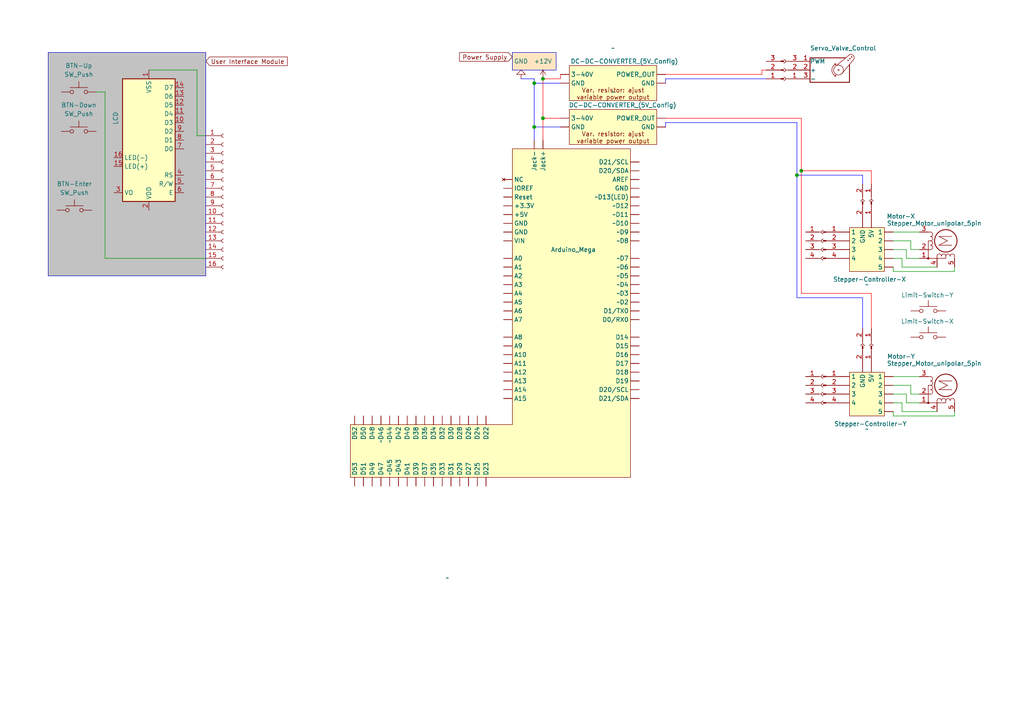
<source format=kicad_sch>
(kicad_sch (version 20231120) (generator "eeschema") (generator_version "8.0")
  (paper "A4")
  (lib_symbols
    (symbol "Arduino_Mega_Project_Library:Arduino_Mega__2560_Rev3"
      (property "Reference" "Arduino_Mega" (at -14.986 -1.27 0))
      (symbol "Arduino_Mega__2560_Rev3_1_1"
        (polyline (pts (xy -30.48 33.02) (xy -30.48 -46.99) (xy -77.47 -46.99) (xy -77.47 -62.23) (xy 3.81 -62.23) (xy 3.81 31.75) (xy 3.81 33.02) (xy -30.48 33.02)) (fill (type background)))
        (pin power_out line (at -33.02 16.51 0) (length 2.54) (name "+3.3V") (number ""))
        (pin power_out line (at -33.02 13.97 0) (length 2.54) (name "+5V") (number ""))
        (pin input line (at -33.02 1.27 0) (length 2.54) (name "A0") (number ""))
        (pin input line (at -33.02 -1.27 0) (length 2.54) (name "A1") (number ""))
        (pin input line (at -33.02 -26.67 0) (length 2.54) (name "A10") (number ""))
        (pin input line (at -33.02 -29.21 0) (length 2.54) (name "A11") (number ""))
        (pin input line (at -33.02 -31.75 0) (length 2.54) (name "A12") (number ""))
        (pin input line (at -33.02 -34.29 0) (length 2.54) (name "A13") (number ""))
        (pin input line (at -33.02 -36.83 0) (length 2.54) (name "A14") (number ""))
        (pin input line (at -33.02 -39.37 0) (length 2.54) (name "A15") (number ""))
        (pin input line (at -33.02 -3.81 0) (length 2.54) (name "A2") (number ""))
        (pin input line (at -33.02 -6.35 0) (length 2.54) (name "A3") (number ""))
        (pin input line (at -33.02 -8.89 0) (length 2.54) (name "A4") (number ""))
        (pin input line (at -33.02 -11.43 0) (length 2.54) (name "A5") (number ""))
        (pin input line (at -33.02 -13.97 0) (length 2.54) (name "A6") (number ""))
        (pin input line (at -33.02 -16.51 0) (length 2.54) (name "A7") (number ""))
        (pin input line (at -33.02 -21.59 0) (length 2.54) (name "A8") (number ""))
        (pin input line (at -33.02 -24.13 0) (length 2.54) (name "A9") (number ""))
        (pin output line (at 6.35 24.13 180) (length 2.54) (name "AREF") (number ""))
        (pin bidirectional line (at 6.35 -16.51 180) (length 2.54) (name "D0/RX0") (number ""))
        (pin bidirectional line (at 6.35 -13.97 180) (length 2.54) (name "D1/TX0") (number ""))
        (pin bidirectional line (at 6.35 -21.59 180) (length 2.54) (name "D14") (number ""))
        (pin bidirectional line (at 6.35 -24.13 180) (length 2.54) (name "D15") (number ""))
        (pin bidirectional line (at 6.35 -26.67 180) (length 2.54) (name "D16") (number ""))
        (pin bidirectional line (at 6.35 -29.21 180) (length 2.54) (name "D17") (number ""))
        (pin bidirectional line (at 6.35 -31.75 180) (length 2.54) (name "D18") (number ""))
        (pin bidirectional line (at 6.35 -34.29 180) (length 2.54) (name "D19") (number ""))
        (pin bidirectional line (at 6.35 -36.83 180) (length 2.54) (name "D20/SCL") (number ""))
        (pin bidirectional line (at 6.35 26.67 180) (length 2.54) (name "D20/SDA") (number ""))
        (pin bidirectional line (at 6.35 29.21 180) (length 2.54) (name "D21/SCL") (number ""))
        (pin bidirectional line (at 6.35 -39.37 180) (length 2.54) (name "D21/SDA") (number ""))
        (pin bidirectional line (at -38.1 -44.45 270) (length 2.54) (name "D22") (number ""))
        (pin bidirectional line (at -38.1 -64.77 90) (length 2.54) (name "D23") (number ""))
        (pin bidirectional line (at -40.64 -44.45 270) (length 2.54) (name "D24") (number ""))
        (pin bidirectional line (at -40.64 -64.77 90) (length 2.54) (name "D25") (number ""))
        (pin bidirectional line (at -43.18 -44.45 270) (length 2.54) (name "D26") (number ""))
        (pin bidirectional line (at -43.18 -64.77 90) (length 2.54) (name "D27") (number ""))
        (pin bidirectional line (at -45.72 -44.45 270) (length 2.54) (name "D28") (number ""))
        (pin bidirectional line (at -45.72 -64.77 90) (length 2.54) (name "D29") (number ""))
        (pin bidirectional line (at -48.26 -44.45 270) (length 2.54) (name "D30") (number ""))
        (pin bidirectional line (at -48.26 -64.77 90) (length 2.54) (name "D31") (number ""))
        (pin bidirectional line (at -50.8 -44.45 270) (length 2.54) (name "D32") (number ""))
        (pin bidirectional line (at -50.8 -64.77 90) (length 2.54) (name "D33") (number ""))
        (pin bidirectional line (at -53.34 -44.45 270) (length 2.54) (name "D34") (number ""))
        (pin bidirectional line (at -53.34 -64.77 90) (length 2.54) (name "D35") (number ""))
        (pin bidirectional line (at -55.88 -44.45 270) (length 2.54) (name "D36") (number ""))
        (pin bidirectional line (at -55.88 -64.77 90) (length 2.54) (name "D37") (number ""))
        (pin bidirectional line (at -58.42 -44.45 270) (length 2.54) (name "D38") (number ""))
        (pin bidirectional line (at -58.42 -64.77 90) (length 2.54) (name "D39") (number ""))
        (pin bidirectional line (at -60.96 -44.45 270) (length 2.54) (name "D40") (number ""))
        (pin bidirectional line (at -60.96 -64.77 90) (length 2.54) (name "D41") (number ""))
        (pin bidirectional line (at -63.5 -44.45 270) (length 2.54) (name "D42") (number ""))
        (pin bidirectional line (at -68.58 -64.77 90) (length 2.54) (name "D47") (number ""))
        (pin bidirectional line (at -71.12 -44.45 270) (length 2.54) (name "D48") (number ""))
        (pin bidirectional line (at -71.12 -64.77 90) (length 2.54) (name "D49") (number ""))
        (pin bidirectional line (at -73.66 -44.45 270) (length 2.54) (name "D50") (number ""))
        (pin bidirectional line (at -73.66 -64.77 90) (length 2.54) (name "D51") (number ""))
        (pin bidirectional line (at -76.2 -44.45 270) (length 2.54) (name "D52") (number ""))
        (pin bidirectional line (at -76.2 -64.77 90) (length 2.54) (name "D53") (number ""))
        (pin input line (at -33.02 8.89 0) (length 2.54) (name "GND") (number ""))
        (pin input line (at -33.02 11.43 0) (length 2.54) (name "GND") (number ""))
        (pin input line (at 6.35 21.59 180) (length 2.54) (name "GND") (number ""))
        (pin output line (at -33.02 21.59 0) (length 2.54) (name "IOREF") (number ""))
        (pin power_in line (at -21.59 35.56 270) (length 2.54) (name "Jack+") (number ""))
        (pin power_in line (at -24.13 35.56 270) (length 2.54) (name "Jack-") (number ""))
        (pin no_connect line (at -33.02 24.13 0) (length 2.54) (name "NC") (number ""))
        (pin unspecified line (at -33.02 19.05 0) (length 2.54) (name "Reset") (number ""))
        (pin power_in line (at -33.02 6.35 0) (length 2.54) (name "VIN") (number ""))
        (pin bidirectional line (at 6.35 11.43 180) (length 2.54) (name "~D10") (number ""))
        (pin bidirectional line (at 6.35 13.97 180) (length 2.54) (name "~D11") (number ""))
        (pin bidirectional line (at 6.35 16.51 180) (length 2.54) (name "~D12") (number ""))
        (pin bidirectional line (at 6.35 19.05 180) (length 2.54) (name "~D13(LED)") (number ""))
        (pin bidirectional line (at 6.35 -11.43 180) (length 2.54) (name "~D2") (number ""))
        (pin bidirectional line (at 6.35 -8.89 180) (length 2.54) (name "~D3") (number ""))
        (pin bidirectional line (at 6.35 -6.35 180) (length 2.54) (name "~D4") (number ""))
        (pin bidirectional line (at -63.5 -64.77 90) (length 2.54) (name "~D43") (number ""))
        (pin bidirectional line (at -66.04 -44.45 270) (length 2.54) (name "~D44") (number ""))
        (pin bidirectional line (at -66.04 -64.77 90) (length 2.54) (name "~D45") (number ""))
        (pin bidirectional line (at -68.58 -44.45 270) (length 2.54) (name "~D46") (number ""))
        (pin bidirectional line (at 6.35 -3.81 180) (length 2.54) (name "~D5") (number ""))
        (pin bidirectional line (at 6.35 -1.27 180) (length 2.54) (name "~D6") (number ""))
        (pin bidirectional line (at 6.35 1.27 180) (length 2.54) (name "~D7") (number ""))
        (pin bidirectional line (at 6.35 6.35 180) (length 2.54) (name "~D8") (number ""))
        (pin bidirectional line (at 6.35 8.89 180) (length 2.54) (name "~D9") (number ""))
      )
    )
    (symbol "Arduino_Mega_Project_Library:DC_DC_Converter"
      (property "Reference" "DC-DC-CONVERTER" (at -1.778 10.16 0))
      (symbol "DC_DC_Converter_1_1"
        (rectangle (start -13.97 5.08) (end 11.43 -5.08) (fill (type background)))
        (text "Var. resistor: ajust\nvariable power output" (at -1.27 -3.048 0) (effects (font (size 1.27 1.27))))
        (pin power_in line (at -16.51 2.54 0) (length 2.54) (name "3-40V") (number ""))
        (pin power_in line (at -16.51 0 0) (length 2.54) (name "GND") (number ""))
        (pin power_out line (at 13.97 0 180) (length 2.54) (name "GND") (number ""))
        (pin power_out line (at 13.97 2.54 180) (length 2.54) (name "POWER_OUT") (number ""))
      )
    )
    (symbol "Connector:Conn_01x02_Pin" (pin_names (offset 1.016) hide)
      (property "Reference" "J" (at 0 2.54 0))
      (property "Value" "Conn_01x02_Pin" (at 0 -5.08 0))
      (symbol "Conn_01x02_Pin_1_1"
        (polyline (pts (xy 1.27 -2.54) (xy 0.8636 -2.54)) (stroke (width 0.1524)))
        (polyline (pts (xy 1.27 0) (xy 0.8636 0)) (stroke (width 0.1524)))
        (rectangle (start 0.8636 -2.413) (end 0 -2.667) (stroke (width 0.1524)) (fill (type outline)))
        (rectangle (start 0.8636 0.127) (end 0 -0.127) (stroke (width 0.1524)) (fill (type outline)))
        (pin passive line (at 5.08 0 180) (length 3.81) (name "Pin_1") (number "1"))
        (pin passive line (at 5.08 -2.54 180) (length 3.81) (name "Pin_2") (number "2"))
      )
    )
    (symbol "Connector:Conn_01x02_Socket" (pin_names (offset 1.016) hide)
      (property "Reference" "J" (at 0 2.54 0))
      (property "Value" "Conn_01x02_Socket" (at 0 -5.08 0))
      (symbol "Conn_01x02_Socket_1_1"
        (arc (start 0 -2.032) (mid -0.5058 -2.54) (end 0 -3.048) (stroke (width 0.1524)))
        (polyline (pts (xy -1.27 -2.54) (xy -0.508 -2.54)) (stroke (width 0.1524)))
        (polyline (pts (xy -1.27 0) (xy -0.508 0)) (stroke (width 0.1524)))
        (arc (start 0 0.508) (mid -0.5058 0) (end 0 -0.508) (stroke (width 0.1524)))
        (pin passive line (at -5.08 0 0) (length 3.81) (name "Pin_1") (number "1"))
        (pin passive line (at -5.08 -2.54 0) (length 3.81) (name "Pin_2") (number "2"))
      )
    )
    (symbol "Connector:Conn_01x03_Pin" (pin_names (offset 1.016) hide)
      (property "Reference" "J" (at 0 5.08 0))
      (property "Value" "Conn_01x03_Pin" (at 0 -5.08 0))
      (symbol "Conn_01x03_Pin_1_1"
        (polyline (pts (xy 1.27 -2.54) (xy 0.8636 -2.54)) (stroke (width 0.1524)))
        (polyline (pts (xy 1.27 0) (xy 0.8636 0)) (stroke (width 0.1524)))
        (polyline (pts (xy 1.27 2.54) (xy 0.8636 2.54)) (stroke (width 0.1524)))
        (rectangle (start 0.8636 -2.413) (end 0 -2.667) (stroke (width 0.1524)) (fill (type outline)))
        (rectangle (start 0.8636 0.127) (end 0 -0.127) (stroke (width 0.1524)) (fill (type outline)))
        (rectangle (start 0.8636 2.667) (end 0 2.413) (stroke (width 0.1524)) (fill (type outline)))
        (pin passive line (at 5.08 2.54 180) (length 3.81) (name "Pin_1") (number "1"))
        (pin passive line (at 5.08 0 180) (length 3.81) (name "Pin_2") (number "2"))
        (pin passive line (at 5.08 -2.54 180) (length 3.81) (name "Pin_3") (number "3"))
      )
    )
    (symbol "Connector:Conn_01x03_Socket" (pin_names (offset 1.016) hide)
      (property "Reference" "J" (at 0 5.08 0))
      (property "Value" "Conn_01x03_Socket" (at 0 -5.08 0))
      (symbol "Conn_01x03_Socket_1_1"
        (arc (start 0 -2.032) (mid -0.5058 -2.54) (end 0 -3.048) (stroke (width 0.1524)))
        (polyline (pts (xy -1.27 -2.54) (xy -0.508 -2.54)) (stroke (width 0.1524)))
        (polyline (pts (xy -1.27 0) (xy -0.508 0)) (stroke (width 0.1524)))
        (polyline (pts (xy -1.27 2.54) (xy -0.508 2.54)) (stroke (width 0.1524)))
        (arc (start 0 0.508) (mid -0.5058 0) (end 0 -0.508) (stroke (width 0.1524)))
        (arc (start 0 3.048) (mid -0.5058 2.54) (end 0 2.032) (stroke (width 0.1524)))
        (pin passive line (at -5.08 2.54 0) (length 3.81) (name "Pin_1") (number "1"))
        (pin passive line (at -5.08 0 0) (length 3.81) (name "Pin_2") (number "2"))
        (pin passive line (at -5.08 -2.54 0) (length 3.81) (name "Pin_3") (number "3"))
      )
    )
    (symbol "Connector:Conn_01x04_Pin" (pin_names (offset 1.016) hide)
      (property "Reference" "J" (at 0 5.08 0))
      (property "Value" "Conn_01x04_Pin" (at 0 -7.62 0))
      (symbol "Conn_01x04_Pin_1_1"
        (polyline (pts (xy 1.27 -5.08) (xy 0.8636 -5.08)) (stroke (width 0.1524)))
        (polyline (pts (xy 1.27 -2.54) (xy 0.8636 -2.54)) (stroke (width 0.1524)))
        (polyline (pts (xy 1.27 0) (xy 0.8636 0)) (stroke (width 0.1524)))
        (polyline (pts (xy 1.27 2.54) (xy 0.8636 2.54)) (stroke (width 0.1524)))
        (rectangle (start 0.8636 -4.953) (end 0 -5.207) (stroke (width 0.1524)) (fill (type outline)))
        (rectangle (start 0.8636 -2.413) (end 0 -2.667) (stroke (width 0.1524)) (fill (type outline)))
        (rectangle (start 0.8636 0.127) (end 0 -0.127) (stroke (width 0.1524)) (fill (type outline)))
        (rectangle (start 0.8636 2.667) (end 0 2.413) (stroke (width 0.1524)) (fill (type outline)))
        (pin passive line (at 5.08 2.54 180) (length 3.81) (name "Pin_1") (number "1"))
        (pin passive line (at 5.08 0 180) (length 3.81) (name "Pin_2") (number "2"))
        (pin passive line (at 5.08 -2.54 180) (length 3.81) (name "Pin_3") (number "3"))
        (pin passive line (at 5.08 -5.08 180) (length 3.81) (name "Pin_4") (number "4"))
      )
    )
    (symbol "Connector:Conn_01x04_Socket" (pin_names (offset 1.016) hide)
      (property "Reference" "J" (at 0 5.08 0))
      (property "Value" "Conn_01x04_Socket" (at 0 -7.62 0))
      (symbol "Conn_01x04_Socket_1_1"
        (arc (start 0 -4.572) (mid -0.5058 -5.08) (end 0 -5.588) (stroke (width 0.1524)))
        (arc (start 0 -2.032) (mid -0.5058 -2.54) (end 0 -3.048) (stroke (width 0.1524)))
        (polyline (pts (xy -1.27 -5.08) (xy -0.508 -5.08)) (stroke (width 0.1524)))
        (polyline (pts (xy -1.27 -2.54) (xy -0.508 -2.54)) (stroke (width 0.1524)))
        (polyline (pts (xy -1.27 0) (xy -0.508 0)) (stroke (width 0.1524)))
        (polyline (pts (xy -1.27 2.54) (xy -0.508 2.54)) (stroke (width 0.1524)))
        (arc (start 0 0.508) (mid -0.5058 0) (end 0 -0.508) (stroke (width 0.1524)))
        (arc (start 0 3.048) (mid -0.5058 2.54) (end 0 2.032) (stroke (width 0.1524)))
        (pin passive line (at -5.08 2.54 0) (length 3.81) (name "Pin_1") (number "1"))
        (pin passive line (at -5.08 0 0) (length 3.81) (name "Pin_2") (number "2"))
        (pin passive line (at -5.08 -2.54 0) (length 3.81) (name "Pin_3") (number "3"))
        (pin passive line (at -5.08 -5.08 0) (length 3.81) (name "Pin_4") (number "4"))
      )
    )
    (symbol "Connector:Conn_01x16_Socket" (pin_names (offset 1.016) hide)
      (property "Reference" "J" (at 0 20.32 0))
      (property "Value" "Conn_01x16_Socket" (at 0 -22.86 0))
      (symbol "Conn_01x16_Socket_1_1"
        (arc (start 0 -19.812) (mid -0.5058 -20.32) (end 0 -20.828) (stroke (width 0.1524)))
        (arc (start 0 -17.272) (mid -0.5058 -17.78) (end 0 -18.288) (stroke (width 0.1524)))
        (arc (start 0 -14.732) (mid -0.5058 -15.24) (end 0 -15.748) (stroke (width 0.1524)))
        (arc (start 0 -12.192) (mid -0.5058 -12.7) (end 0 -13.208) (stroke (width 0.1524)))
        (arc (start 0 -9.652) (mid -0.5058 -10.16) (end 0 -10.668) (stroke (width 0.1524)))
        (arc (start 0 -7.112) (mid -0.5058 -7.62) (end 0 -8.128) (stroke (width 0.1524)))
        (arc (start 0 -4.572) (mid -0.5058 -5.08) (end 0 -5.588) (stroke (width 0.1524)))
        (arc (start 0 -2.032) (mid -0.5058 -2.54) (end 0 -3.048) (stroke (width 0.1524)))
        (polyline (pts (xy -1.27 -20.32) (xy -0.508 -20.32)) (stroke (width 0.1524)))
        (polyline (pts (xy -1.27 -17.78) (xy -0.508 -17.78)) (stroke (width 0.1524)))
        (polyline (pts (xy -1.27 -15.24) (xy -0.508 -15.24)) (stroke (width 0.1524)))
        (polyline (pts (xy -1.27 -12.7) (xy -0.508 -12.7)) (stroke (width 0.1524)))
        (polyline (pts (xy -1.27 -10.16) (xy -0.508 -10.16)) (stroke (width 0.1524)))
        (polyline (pts (xy -1.27 -7.62) (xy -0.508 -7.62)) (stroke (width 0.1524)))
        (polyline (pts (xy -1.27 -5.08) (xy -0.508 -5.08)) (stroke (width 0.1524)))
        (polyline (pts (xy -1.27 -2.54) (xy -0.508 -2.54)) (stroke (width 0.1524)))
        (polyline (pts (xy -1.27 0) (xy -0.508 0)) (stroke (width 0.1524)))
        (polyline (pts (xy -1.27 2.54) (xy -0.508 2.54)) (stroke (width 0.1524)))
        (polyline (pts (xy -1.27 5.08) (xy -0.508 5.08)) (stroke (width 0.1524)))
        (polyline (pts (xy -1.27 7.62) (xy -0.508 7.62)) (stroke (width 0.1524)))
        (polyline (pts (xy -1.27 10.16) (xy -0.508 10.16)) (stroke (width 0.1524)))
        (polyline (pts (xy -1.27 12.7) (xy -0.508 12.7)) (stroke (width 0.1524)))
        (polyline (pts (xy -1.27 15.24) (xy -0.508 15.24)) (stroke (width 0.1524)))
        (polyline (pts (xy -1.27 17.78) (xy -0.508 17.78)) (stroke (width 0.1524)))
        (arc (start 0 0.508) (mid -0.5058 0) (end 0 -0.508) (stroke (width 0.1524)))
        (arc (start 0 3.048) (mid -0.5058 2.54) (end 0 2.032) (stroke (width 0.1524)))
        (arc (start 0 5.588) (mid -0.5058 5.08) (end 0 4.572) (stroke (width 0.1524)))
        (arc (start 0 8.128) (mid -0.5058 7.62) (end 0 7.112) (stroke (width 0.1524)))
        (arc (start 0 10.668) (mid -0.5058 10.16) (end 0 9.652) (stroke (width 0.1524)))
        (arc (start 0 13.208) (mid -0.5058 12.7) (end 0 12.192) (stroke (width 0.1524)))
        (arc (start 0 15.748) (mid -0.5058 15.24) (end 0 14.732) (stroke (width 0.1524)))
        (arc (start 0 18.288) (mid -0.5058 17.78) (end 0 17.272) (stroke (width 0.1524)))
        (pin passive line (at -5.08 17.78 0) (length 3.81) (name "Pin_1") (number "1"))
        (pin passive line (at -5.08 -5.08 0) (length 3.81) (name "Pin_10") (number "10"))
        (pin passive line (at -5.08 -7.62 0) (length 3.81) (name "Pin_11") (number "11"))
        (pin passive line (at -5.08 -10.16 0) (length 3.81) (name "Pin_12") (number "12"))
        (pin passive line (at -5.08 -12.7 0) (length 3.81) (name "Pin_13") (number "13"))
        (pin passive line (at -5.08 -15.24 0) (length 3.81) (name "Pin_14") (number "14"))
        (pin passive line (at -5.08 -17.78 0) (length 3.81) (name "Pin_15") (number "15"))
        (pin passive line (at -5.08 -20.32 0) (length 3.81) (name "Pin_16") (number "16"))
        (pin passive line (at -5.08 15.24 0) (length 3.81) (name "Pin_2") (number "2"))
        (pin passive line (at -5.08 12.7 0) (length 3.81) (name "Pin_3") (number "3"))
        (pin passive line (at -5.08 10.16 0) (length 3.81) (name "Pin_4") (number "4"))
        (pin passive line (at -5.08 7.62 0) (length 3.81) (name "Pin_5") (number "5"))
        (pin passive line (at -5.08 5.08 0) (length 3.81) (name "Pin_6") (number "6"))
        (pin passive line (at -5.08 2.54 0) (length 3.81) (name "Pin_7") (number "7"))
        (pin passive line (at -5.08 0 0) (length 3.81) (name "Pin_8") (number "8"))
        (pin passive line (at -5.08 -2.54 0) (length 3.81) (name "Pin_9") (number "9"))
      )
    )
    (symbol "Display_Character:WC1602A"
      (property "Reference" "DS" (at -5.842 19.05 0))
      (property "Value" "WC1602A" (at 5.334 19.05 0))
      (symbol "WC1602A_1_1"
        (rectangle (start -7.62 17.78) (end 7.62 -17.78) (stroke (width 0.254)) (fill (type background)))
        (pin power_in line (at 0 -20.32 90) (length 2.54) (name "VSS") (number "1"))
        (pin input line (at -10.16 -5.08 0) (length 2.54) (name "D3") (number "10"))
        (pin input line (at -10.16 -7.62 0) (length 2.54) (name "D4") (number "11"))
        (pin input line (at -10.16 -10.16 0) (length 2.54) (name "D5") (number "12"))
        (pin input line (at -10.16 -12.7 0) (length 2.54) (name "D6") (number "13"))
        (pin input line (at -10.16 -15.24 0) (length 2.54) (name "D7") (number "14"))
        (pin power_in line (at 10.16 7.62 180) (length 2.54) (name "LED(+)") (number "15"))
        (pin power_in line (at 10.16 5.08 180) (length 2.54) (name "LED(-)") (number "16"))
        (pin power_in line (at 0 20.32 270) (length 2.54) (name "VDD") (number "2"))
        (pin input line (at 10.16 15.24 180) (length 2.54) (name "VO") (number "3"))
        (pin input line (at -10.16 10.16 0) (length 2.54) (name "RS") (number "4"))
        (pin input line (at -10.16 12.7 0) (length 2.54) (name "R/W") (number "5"))
        (pin input line (at -10.16 15.24 0) (length 2.54) (name "E") (number "6"))
        (pin input line (at -10.16 2.54 0) (length 2.54) (name "D0") (number "7"))
        (pin input line (at -10.16 0 0) (length 2.54) (name "D1") (number "8"))
        (pin input line (at -10.16 -2.54 0) (length 2.54) (name "D2") (number "9"))
      )
    )
    (symbol "Motor:Motor_Servo" (pin_names (offset 0.0254))
      (property "Reference" "M" (at -5.08 4.445 0))
      (property "Value" "Motor_Servo" (at -5.08 -4.064 0))
      (symbol "Motor_Servo_0_1"
        (polyline (pts (xy 2.413 -1.778) (xy 2.032 -1.778)))
        (polyline (pts (xy 2.413 -1.778) (xy 2.286 -1.397)))
        (polyline (pts (xy 2.413 1.778) (xy 1.905 1.778)))
        (polyline (pts (xy 2.413 1.778) (xy 2.286 1.397)))
        (polyline (pts (xy 6.35 4.445) (xy 2.54 1.27)))
        (polyline (pts (xy 7.62 3.175) (xy 4.191 -1.016)))
        (polyline (pts (xy 5.08 3.556) (xy -5.08 3.556) (xy -5.08 -3.556) (xy 6.35 -3.556) (xy 6.35 1.524)) (stroke (width 0.254)))
        (arc (start 2.413 1.778) (mid 1.2406 0) (end 2.413 -1.778))
        (circle (center 3.175 0) (radius 0.1778))
        (circle (center 3.175 0) (radius 1.4224))
        (circle (center 5.969 2.794) (radius 0.127))
        (circle (center 6.477 3.302) (radius 0.127))
        (circle (center 6.985 3.81) (radius 0.127))
        (arc (start 7.62 3.175) (mid 7.4485 4.2735) (end 6.35 4.445))
      )
      (symbol "Motor_Servo_1_1"
        (pin passive line (at -7.62 2.54 0) (length 2.54) (name "PWM") (number "1"))
        (pin passive line (at -7.62 0 0) (length 2.54) (name "+") (number "2"))
        (pin passive line (at -7.62 -2.54 0) (length 2.54) (name "-") (number "3"))
      )
    )
    (symbol "Motor:Stepper_Motor_unipolar_5pin" (pin_names (offset 0) hide)
      (property "Reference" "M" (at 3.81 2.54 0))
      (property "Value" "Stepper_Motor_unipolar_5pin" (at 3.81 1.27 0))
      (symbol "Stepper_Motor_unipolar_5pin_0_0"
        (polyline (pts (xy -1.27 -1.778) (xy -1.27 2.032) (xy 0 -0.508) (xy 1.27 2.032) (xy 1.27 -1.778)))
      )
      (symbol "Stepper_Motor_unipolar_5pin_0_1"
        (circle (center -5.08 5.08) (radius 0.0001) (fill (type outline)))
        (circle (center -5.08 5.08) (radius 0.254) (fill (type outline)))
        (arc (start -4.445 -2.54) (mid -3.8127 -1.905) (end -4.445 -1.27))
        (arc (start -4.445 -1.27) (mid -3.8127 -0.635) (end -4.445 0))
        (arc (start -4.445 0) (mid -3.8127 0.635) (end -4.445 1.27))
        (arc (start -4.445 1.27) (mid -3.8127 1.905) (end -4.445 2.54))
        (arc (start -2.54 4.445) (mid -1.905 3.8127) (end -1.27 4.445))
        (arc (start -1.27 4.445) (mid -0.635 3.8127) (end 0 4.445))
        (polyline (pts (xy -5.08 -2.54) (xy -4.445 -2.54)))
        (polyline (pts (xy -5.08 2.54) (xy -4.445 2.54)))
        (polyline (pts (xy -2.54 4.445) (xy -2.54 5.08)))
        (polyline (pts (xy 2.54 4.445) (xy 2.54 5.08)))
        (polyline (pts (xy -5.08 5.08) (xy -5.08 0) (xy -4.445 0)))
        (polyline (pts (xy 0 4.445) (xy 0 5.08) (xy -5.08 5.08)))
        (circle (center 0 0) (radius 3.2512) (stroke (width 0.254)))
        (arc (start 0 4.445) (mid 0.635 3.8127) (end 1.27 4.445))
        (arc (start 1.27 4.445) (mid 1.905 3.8127) (end 2.54 4.445))
      )
      (symbol "Stepper_Motor_unipolar_5pin_1_1"
        (pin passive line (at -5.08 7.62 270) (length 2.54) (name "~") (number "1"))
        (pin passive line (at -2.54 7.62 270) (length 2.54) (name "~") (number "2"))
        (pin passive line (at 2.54 7.62 270) (length 2.54) (name "-") (number "3"))
        (pin passive line (at -7.62 2.54 0) (length 2.54) (name "~") (number "4"))
        (pin passive line (at -7.62 -2.54 0) (length 2.54) (name "~") (number "5"))
      )
    )
    (symbol "Stepper-Control-Board_1"
      (symbol "Stepper-Control-Board_1_1_1"
        (rectangle (start -5.08 3.81) (end 5.08 -8.89) (fill (type background)))
        (pin input line (at -7.62 2.54 0) (length 2.54) (name "1") (number ""))
        (pin output line (at 7.62 2.54 180) (length 2.54) (name "1") (number ""))
        (pin input line (at -7.62 0 0) (length 2.54) (name "2") (number ""))
        (pin output line (at 7.62 0 180) (length 2.54) (name "2") (number ""))
        (pin input line (at -7.62 -2.54 0) (length 2.54) (name "3") (number ""))
        (pin output line (at 7.62 -2.54 180) (length 2.54) (name "3") (number ""))
        (pin input line (at -7.62 -5.08 0) (length 2.54) (name "4") (number ""))
        (pin output line (at 7.62 -5.08 180) (length 2.54) (name "4") (number ""))
        (pin output line (at 7.62 -7.62 180) (length 2.54) (name "5") (number ""))
        (pin power_out line (at 1.27 6.35 270) (length 2.54) (name "5V") (number ""))
        (pin power_out line (at -1.27 6.35 270) (length 2.54) (name "GND") (number ""))
      )
    )
    (symbol "Switch:SW_Push" (pin_numbers hide) (pin_names (offset 1.016) hide)
      (property "Reference" "SW" (at 1.27 2.54 0))
      (property "Value" "SW_Push" (at 0 -1.524 0))
      (symbol "SW_Push_0_1"
        (circle (center -2.032 0) (radius 0.508))
        (polyline (pts (xy 0 1.27) (xy 0 3.048)))
        (polyline (pts (xy 2.54 1.27) (xy -2.54 1.27)))
        (circle (center 2.032 0) (radius 0.508))
        (pin passive line (at -5.08 0 0) (length 2.54) (name "1") (number "1"))
        (pin passive line (at 5.08 0 180) (length 2.54) (name "2") (number "2"))
      )
    )
    (symbol "power:+12V" (power) (pin_numbers hide) (pin_names (offset 0) hide)
      (property "Value" "+12V" (at 0 3.556 0))
      (symbol "+12V_0_1"
        (polyline (pts (xy -0.762 1.27) (xy 0 2.54)))
        (polyline (pts (xy 0 0) (xy 0 2.54)))
        (polyline (pts (xy 0 2.54) (xy 0.762 1.27)))
      )
      (symbol "+12V_1_1"
        (pin power_in line (at 0 0 90) (length 0) (name "~") (number "1"))
      )
    )
    (symbol "power:GND" (power) (pin_numbers hide) (pin_names (offset 0) hide)
      (property "Value" "GND" (at 0 -3.81 0))
      (symbol "GND_0_1"
        (polyline (pts (xy 0 0) (xy 0 -1.27) (xy 1.27 -1.27) (xy 0 -2.54) (xy -1.27 -1.27) (xy 0 -1.27)))
      )
      (symbol "GND_1_1"
        (pin power_in line (at 0 0 270) (length 0) (name "~") (number "1"))
      )
    )
  )
  (junction (at 232.41 49.53))
  (junction (at 154.94 36.83))
  (junction (at 157.48 22.86))
  (junction (at 154.94 24.13))
  (junction (at 231.14 50.8))
  (junction (at 157.48 34.29))
  (wire (pts (xy 157.48 22.86) (xy 162.56 22.86)) (stroke (width 0) (color 255 0 0 1)))
  (wire (pts (xy 231.14 50.8) (xy 231.14 86.36)) (stroke (width 0) (color 0 0 255 1)))
  (wire (pts (xy 259.08 67.31) (xy 266.7 67.31)))
  (wire (pts (xy 220.98 20.32) (xy 220.98 21.59)) (stroke (width 0) (color 255 0 0 1)))
  (wire (pts (xy 162.56 22.86) (xy 162.56 21.59)) (stroke (width 0) (color 255 0 0 1)))
  (wire (pts (xy 250.19 50.8) (xy 250.19 53.34)) (stroke (width 0) (color 0 0 255 1)))
  (wire (pts (xy 232.41 49.53) (xy 232.41 85.09)) (stroke (width 0) (color 255 0 0 1)))
  (wire (pts (xy 220.98 20.32) (xy 222.25 20.32)) (stroke (width 0) (color 255 0 0 1)))
  (wire (pts (xy 250.19 86.36) (xy 231.14 86.36)) (stroke (width 0) (color 0 0 255 1)))
  (wire (pts (xy 261.62 77.47) (xy 271.78 77.47)))
  (wire (pts (xy 157.48 34.29) (xy 157.48 40.64)) (stroke (width 0) (color 255 0 0 1)))
  (wire (pts (xy 261.62 116.84) (xy 261.62 119.38)))
  (wire (pts (xy 252.73 85.09) (xy 232.41 85.09)) (stroke (width 0) (color 255 0 0 1)))
  (wire (pts (xy 193.04 22.86) (xy 222.25 22.86)) (stroke (width 0) (color 0 0 255 1)))
  (wire (pts (xy 252.73 95.25) (xy 252.73 85.09)) (stroke (width 0) (color 255 0 0 1)))
  (wire (pts (xy 262.89 116.84) (xy 266.7 116.84)))
  (wire (pts (xy 261.62 74.93) (xy 261.62 77.47)))
  (wire (pts (xy 259.08 119.38) (xy 259.08 120.65)))
  (wire (pts (xy 259.08 72.39) (xy 262.89 72.39)))
  (wire (pts (xy 30.48 26.67) (xy 30.48 74.93)))
  (wire (pts (xy 57.15 39.37) (xy 59.69 39.37)))
  (wire (pts (xy 261.62 119.38) (xy 271.78 119.38)))
  (wire (pts (xy 231.14 35.56) (xy 231.14 50.8)) (stroke (width 0) (color 0 0 255 1)))
  (wire (pts (xy 30.48 74.93) (xy 59.69 74.93)))
  (wire (pts (xy 193.04 22.86) (xy 193.04 24.13)) (stroke (width 0) (color 0 0 255 1)))
  (wire (pts (xy 250.19 86.36) (xy 250.19 95.25)) (stroke (width 0) (color 0 0 255 1)))
  (wire (pts (xy 259.08 114.3) (xy 262.89 114.3)))
  (wire (pts (xy 276.86 120.65) (xy 276.86 119.38)))
  (wire (pts (xy 259.08 111.76) (xy 264.16 111.76)))
  (wire (pts (xy 276.86 78.74) (xy 276.86 77.47)))
  (wire (pts (xy 259.08 69.85) (xy 264.16 69.85)))
  (wire (pts (xy 154.94 36.83) (xy 154.94 40.64)) (stroke (width 0) (color 0 0 255 1)))
  (wire (pts (xy 264.16 111.76) (xy 264.16 114.3)))
  (wire (pts (xy 259.08 116.84) (xy 261.62 116.84)))
  (wire (pts (xy 193.04 34.29) (xy 232.41 34.29)) (stroke (width 0) (color 255 0 0 1)))
  (wire (pts (xy 259.08 77.47) (xy 259.08 78.74)))
  (wire (pts (xy 232.41 49.53) (xy 252.73 49.53)) (stroke (width 0) (color 255 0 0 1)))
  (wire (pts (xy 252.73 53.34) (xy 252.73 49.53)) (stroke (width 0) (color 255 0 0 1)))
  (wire (pts (xy 193.04 35.56) (xy 231.14 35.56)) (stroke (width 0) (color 0 0 255 1)))
  (wire (pts (xy 259.08 78.74) (xy 276.86 78.74)))
  (wire (pts (xy 259.08 120.65) (xy 276.86 120.65)))
  (wire (pts (xy 262.89 114.3) (xy 262.89 116.84)))
  (wire (pts (xy 154.94 22.86) (xy 154.94 24.13)) (stroke (width 0) (color 0 0 255 1)))
  (wire (pts (xy 154.94 24.13) (xy 162.56 24.13)) (stroke (width 0) (color 0 0 255 1)))
  (wire (pts (xy 220.98 21.59) (xy 193.04 21.59)) (stroke (width 0) (color 255 0 0 1)))
  (wire (pts (xy 193.04 35.56) (xy 193.04 36.83)) (stroke (width 0) (color 0 0 255 1)))
  (wire (pts (xy 57.15 20.32) (xy 57.15 39.37)))
  (wire (pts (xy 154.94 24.13) (xy 154.94 36.83)) (stroke (width 0) (color 0 0 255 1)))
  (wire (pts (xy 231.14 50.8) (xy 250.19 50.8)) (stroke (width 0) (color 0 0 255 1)))
  (wire (pts (xy 157.48 34.29) (xy 162.56 34.29)) (stroke (width 0) (color 255 0 0 1)))
  (wire (pts (xy 259.08 109.22) (xy 266.7 109.22)))
  (wire (pts (xy 259.08 74.93) (xy 261.62 74.93)))
  (wire (pts (xy 264.16 69.85) (xy 264.16 72.39)))
  (wire (pts (xy 262.89 72.39) (xy 262.89 74.93)))
  (wire (pts (xy 232.41 34.29) (xy 232.41 49.53)) (stroke (width 0) (color 255 0 0 1)))
  (wire (pts (xy 264.16 114.3) (xy 266.7 114.3)))
  (wire (pts (xy 43.18 20.32) (xy 57.15 20.32)))
  (wire (pts (xy 154.94 36.83) (xy 162.56 36.83)) (stroke (width 0) (color 0 0 255 1)))
  (wire (pts (xy 157.48 22.86) (xy 157.48 34.29)) (stroke (width 0) (color 255 0 0 1)))
  (wire (pts (xy 151.13 22.86) (xy 154.94 22.86)) (stroke (width 0) (color 0 0 255 1)))
  (wire (pts (xy 264.16 72.39) (xy 266.7 72.39)))
  (wire (pts (xy 27.94 26.67) (xy 30.48 26.67)))
  (wire (pts (xy 262.89 74.93) (xy 266.7 74.93)))
  (rectangle (start 148.59 15.24) (end 161.29 20.32) (fill (type color) (color 255 229 191 1)))
  (rectangle (start 13.97 15.24) (end 59.69 80.01) (fill (type color) (color 194 194 194 1)))
  (global_label "Power Supply" (shape input) (at 148.59 16.51 180) (property "Intersheetrefs" "${INTERSHEET_REFS}" (effects (hide yes))))
  (global_label "User Interface Module" (shape input) (at 59.69 17.78 0) (property "Intersheetrefs" "${INTERSHEET_REFS}" (effects (hide yes))))
  (symbol (lib_id "Motor:Stepper_Motor_unipolar_5pin") (at 274.32 69.85 90) (unit 1)
    (property "Reference" "Motor-X" (at 265.43 62.738 90) (effects (justify left)))
    (property "Value" "Stepper_Motor_unipolar_5pin" (at 284.734 64.77 90) (effects (justify left)))
    (property "Datasheet" "http://www.infineon.com/dgdl/Application-Note-TLE8110EE_driving_UniPolarStepperMotor_V1.1.pdf?fileId=db3a30431be39b97011be5d0aa0a00b0" (effects (hide yes)))
    (property "Description" "5-wire unipolar stepper motor" (effects (hide yes)))
  )
  (symbol (lib_id "Connector:Conn_01x03_Socket") (at 227.33 20.32 180) (unit 1)
    (property "Reference" "J1" (effects (hide yes)))
    (property "Value" "Conn_01x03_Socket" (effects (hide yes)))
    (property "Description" "Generic connector, single row, 01x03, script generated" (effects (hide yes)))
  )
  (symbol (lib_name "Stepper-Control-Board_1") (lib_id "Arduino_Mega_Project_Library:Stepper-Control-Board") (at 251.46 69.85 0) (unit 1)
    (property "Reference" "Stepper-Controller-X" (at 252.222 81.026 0))
    (property "Value" "~" (at 251.46 82.55 0))
  )
  (symbol (lib_id "Switch:SW_Push") (at 269.24 97.79 0) (unit 1)
    (property "Reference" "Limit-Switch-X" (at 268.986 93.218 0))
    (property "Value" "SW_Push" (effects (hide yes)))
    (property "Description" "Push button switch, generic, two pins" (effects (hide yes)))
  )
  (symbol (lib_id "Display_Character:WC1602A") (at 43.18 40.64 180) (unit 1)
    (property "Reference" "LCD" (at 33.528 34.29 90))
    (property "Value" "_" (effects (hide yes)))
    (property "Footprint" "Display:WC1602A" (effects (hide yes)))
    (property "Datasheet" "http://www.wincomlcd.com/pdf/WC1602A-SFYLYHTC06.pdf" (effects (hide yes)))
    (property "Description" "LCD 16x2 Alphanumeric , 8 bit parallel bus, 5V VDD" (effects (hide yes)))
  )
  (symbol (lib_name "Arduino_Mega_Project_Library:DC_DC_Converter") (lib_id "Arduino_Mega_Project_Library:DC_DC_Converter") (at 179.07 36.83 0) (unit 1)
    (property "Reference" "DC-DC-CONVERTER_(5V_Config)" (at 180.594 30.48 0))
    (property "Value" "~" (at 177.8 26.67 0))
  )
  (symbol (lib_id "Motor:Stepper_Motor_unipolar_5pin") (at 274.32 111.76 90) (unit 1)
    (property "Reference" "Motor-Y" (at 265.43 103.378 90) (effects (justify left)))
    (property "Value" "Stepper_Motor_unipolar_5pin" (at 284.734 105.41 90) (effects (justify left)))
    (property "Datasheet" "http://www.infineon.com/dgdl/Application-Note-TLE8110EE_driving_UniPolarStepperMotor_V1.1.pdf?fileId=db3a30431be39b97011be5d0aa0a00b0" (effects (hide yes)))
    (property "Description" "5-wire unipolar stepper motor" (effects (hide yes)))
  )
  (symbol (lib_id "Arduino_Mega_Project_Library:Arduino_Mega__2560_Rev3") (at 179.07 76.2 0) (unit 1)
    (property "Reference" "Arduino_Mega" (at 159.766 72.39 0) (effects (justify left)))
    (property "Value" "~" (at 129.1941 167.64 0) (effects (justify left)))
  )
  (symbol (lib_id "Connector:Conn_01x02_Socket") (at 252.73 100.33 270) (unit 1)
    (property "Reference" "J4" (effects (hide yes)))
    (property "Value" "Conn_01x02_Socket" (effects (hide yes)))
    (property "Description" "Generic connector, single row, 01x02, script generated" (effects (hide yes)))
  )
  (symbol (lib_id "Connector:Conn_01x04_Pin") (at 238.76 111.76 0) (unit 1)
    (property "Reference" "J10" (effects (hide yes)))
    (property "Value" "Conn_01x04_Pin" (effects (hide yes)))
    (property "Description" "Generic connector, single row, 01x04, script generated" (effects (hide yes)))
  )
  (symbol (lib_id "Connector:Conn_01x16_Socket") (at 64.77 57.15 0) (unit 1)
    (property "Reference" "J7" (effects (hide yes)))
    (property "Value" "Conn_01x16_Socket" (effects (hide yes)))
    (property "Description" "Generic connector, single row, 01x16, script generated" (effects (hide yes)))
  )
  (symbol (lib_id "Connector:Conn_01x02_Pin") (at 252.73 100.33 270) (unit 1)
    (property "Reference" "J3" (effects (hide yes)))
    (property "Value" "Conn_01x02_Pin" (effects (hide yes)))
    (property "Description" "Generic connector, single row, 01x02, script generated" (effects (hide yes)))
  )
  (symbol (lib_id "Connector:Conn_01x04_Socket") (at 238.76 69.85 0) (unit 1)
    (property "Reference" "J9" (effects (hide yes)))
    (property "Value" "Conn_01x04_Socket" (effects (hide yes)))
    (property "Description" "Generic connector, single row, 01x04, script generated" (effects (hide yes)))
  )
  (symbol (lib_name "Stepper-Control-Board_1") (lib_id "Arduino_Mega_Project_Library:Stepper-Control-Board") (at 251.46 111.76 0) (unit 1)
    (property "Reference" "Stepper-Controller-Y" (at 252.476 122.936 0))
    (property "Value" "~" (at 251.46 124.46 0))
  )
  (symbol (lib_id "power:+12V") (at 157.48 22.86 0) (unit 1)
    (property "Reference" "#PWR02" (effects (hide yes)))
    (property "Value" "+12V" (at 157.48 17.78 0))
    (property "Description" "Power symbol creates a global label with name \"+12V\"" (effects (hide yes)))
  )
  (symbol (lib_id "Switch:SW_Push") (at 22.86 38.1 0) (unit 1)
    (property "Reference" "BTN-Down" (at 22.86 30.48 0))
    (property "Value" "SW_Push" (at 22.86 33.02 0))
    (property "Description" "Push button switch, generic, two pins" (effects (hide yes)))
  )
  (symbol (lib_id "Switch:SW_Push") (at 269.24 90.17 0) (unit 1)
    (property "Reference" "Limit-Switch-Y" (at 268.986 85.598 0))
    (property "Value" "SW_Push" (effects (hide yes)))
    (property "Description" "Push button switch, generic, two pins" (effects (hide yes)))
  )
  (symbol (lib_id "Connector:Conn_01x04_Pin") (at 238.76 69.85 0) (unit 1)
    (property "Reference" "J8" (effects (hide yes)))
    (property "Value" "Conn_01x04_Pin" (effects (hide yes)))
    (property "Description" "Generic connector, single row, 01x04, script generated" (effects (hide yes)))
  )
  (symbol (lib_id "Switch:SW_Push") (at 22.86 26.67 0) (unit 1)
    (property "Reference" "BTN-Up" (at 22.86 19.05 0))
    (property "Value" "SW_Push" (at 22.86 21.59 0))
    (property "Description" "Push button switch, generic, two pins" (effects (hide yes)))
  )
  (symbol (lib_id "power:GND") (at 151.13 22.86 180) (unit 1)
    (property "Reference" "#PWR01" (effects (hide yes)))
    (property "Value" "GND" (at 151.13 17.78 0))
    (property "Description" "Power symbol creates a global label with name \"GND\" , ground" (effects (hide yes)))
  )
  (symbol (lib_id "Connector:Conn_01x02_Socket") (at 252.73 58.42 270) (unit 1)
    (property "Reference" "J5" (effects (hide yes)))
    (property "Value" "Conn_01x02_Socket" (effects (hide yes)))
    (property "Description" "Generic connector, single row, 01x02, script generated" (effects (hide yes)))
  )
  (symbol (lib_id "Connector:Conn_01x02_Pin") (at 252.73 58.42 270) (unit 1)
    (property "Reference" "J6" (effects (hide yes)))
    (property "Value" "Conn_01x02_Pin" (effects (hide yes)))
    (property "Description" "Generic connector, single row, 01x02, script generated" (effects (hide yes)))
  )
  (symbol (lib_id "Switch:SW_Push") (at 21.59 60.96 0) (unit 1)
    (property "Reference" "BTN-Enter" (at 21.59 53.34 0))
    (property "Value" "SW_Push" (at 21.59 55.88 0))
    (property "Description" "Push button switch, generic, two pins" (effects (hide yes)))
  )
  (symbol (lib_id "Motor:Motor_Servo") (at 240.03 20.32 0) (unit 1)
    (property "Reference" "M1" (effects (hide yes)))
    (property "Value" "Servo_Valve_Control" (at 234.95 13.97 0) (effects (justify left)))
    (property "Datasheet" "http://forums.parallax.com/uploads/attachments/46831/74481.png" (effects (hide yes)))
    (property "Description" "Servo Motor (Futaba, HiTec, JR connector)" (effects (hide yes)))
  )
  (symbol (lib_id "Connector:Conn_01x03_Pin") (at 227.33 20.32 180) (unit 1)
    (property "Reference" "J2" (effects (hide yes)))
    (property "Value" "Conn_01x03_Pin" (effects (hide yes)))
    (property "Description" "Generic connector, single row, 01x03, script generated" (effects (hide yes)))
  )
  (symbol (lib_name "Arduino_Mega_Project_Library:DC_DC_Converter") (lib_id "Arduino_Mega_Project_Library:DC_DC_Converter") (at 179.07 24.13 0) (unit 1)
    (property "Reference" "DC-DC-CONVERTER_(5V_Config)" (at 181.102 17.78 0))
    (property "Value" "~" (at 177.8 13.97 0))
  )
  (symbol (lib_id "Connector:Conn_01x04_Socket") (at 238.76 111.76 0) (unit 1)
    (property "Reference" "J11" (effects (hide yes)))
    (property "Value" "Conn_01x04_Socket" (effects (hide yes)))
    (property "Description" "Generic connector, single row, 01x04, script generated" (effects (hide yes)))
  )
)
</source>
